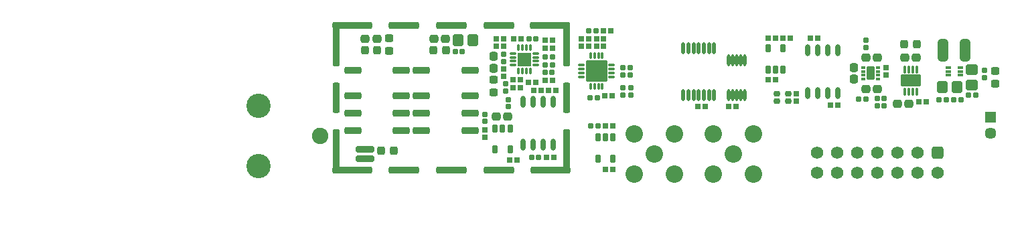
<source format=gts>
G04*
G04 #@! TF.GenerationSoftware,Altium Limited,Altium Designer,23.10.1 (27)*
G04*
G04 Layer_Color=8388736*
%FSAX25Y25*%
%MOIN*%
G70*
G04*
G04 #@! TF.SameCoordinates,9A25CA80-9317-414E-98C9-A3F1B825D269*
G04*
G04*
G04 #@! TF.FilePolarity,Negative*
G04*
G01*
G75*
G04:AMPARAMS|DCode=53|XSize=65.99mil|YSize=38.43mil|CornerRadius=3.27mil|HoleSize=0mil|Usage=FLASHONLY|Rotation=90.000|XOffset=0mil|YOffset=0mil|HoleType=Round|Shape=RoundedRectangle|*
%AMROUNDEDRECTD53*
21,1,0.06599,0.03189,0,0,90.0*
21,1,0.05945,0.03843,0,0,90.0*
1,1,0.00654,0.01595,0.02972*
1,1,0.00654,0.01595,-0.02972*
1,1,0.00654,-0.01595,-0.02972*
1,1,0.00654,-0.01595,0.02972*
%
%ADD53ROUNDEDRECTD53*%
G04:AMPARAMS|DCode=54|XSize=12.84mil|YSize=22.69mil|CornerRadius=3.96mil|HoleSize=0mil|Usage=FLASHONLY|Rotation=90.000|XOffset=0mil|YOffset=0mil|HoleType=Round|Shape=RoundedRectangle|*
%AMROUNDEDRECTD54*
21,1,0.01284,0.01476,0,0,90.0*
21,1,0.00492,0.02269,0,0,90.0*
1,1,0.00792,0.00738,0.00246*
1,1,0.00792,0.00738,-0.00246*
1,1,0.00792,-0.00738,-0.00246*
1,1,0.00792,-0.00738,0.00246*
%
%ADD54ROUNDEDRECTD54*%
%ADD55O,0.01284X0.03647*%
G04:AMPARAMS|DCode=56|XSize=105.36mil|YSize=105.36mil|CornerRadius=4.06mil|HoleSize=0mil|Usage=FLASHONLY|Rotation=270.000|XOffset=0mil|YOffset=0mil|HoleType=Round|Shape=RoundedRectangle|*
%AMROUNDEDRECTD56*
21,1,0.10536,0.09724,0,0,270.0*
21,1,0.09724,0.10536,0,0,270.0*
1,1,0.00812,-0.04862,-0.04862*
1,1,0.00812,-0.04862,0.04862*
1,1,0.00812,0.04862,0.04862*
1,1,0.00812,0.04862,-0.04862*
%
%ADD56ROUNDEDRECTD56*%
%ADD57O,0.03647X0.01284*%
%ADD58O,0.03450X0.01284*%
%ADD59O,0.01284X0.03450*%
G04:AMPARAMS|DCode=60|XSize=69.14mil|YSize=69.14mil|CornerRadius=4.81mil|HoleSize=0mil|Usage=FLASHONLY|Rotation=0.000|XOffset=0mil|YOffset=0mil|HoleType=Round|Shape=RoundedRectangle|*
%AMROUNDEDRECTD60*
21,1,0.06914,0.05953,0,0,0.0*
21,1,0.05953,0.06914,0,0,0.0*
1,1,0.00961,0.02976,-0.02976*
1,1,0.00961,-0.02976,-0.02976*
1,1,0.00961,-0.02976,0.02976*
1,1,0.00961,0.02976,0.02976*
%
%ADD60ROUNDEDRECTD60*%
G04:AMPARAMS|DCode=61|XSize=14.81mil|YSize=29.38mil|CornerRadius=4.45mil|HoleSize=0mil|Usage=FLASHONLY|Rotation=270.000|XOffset=0mil|YOffset=0mil|HoleType=Round|Shape=RoundedRectangle|*
%AMROUNDEDRECTD61*
21,1,0.01481,0.02047,0,0,270.0*
21,1,0.00591,0.02938,0,0,270.0*
1,1,0.00891,-0.01024,-0.00295*
1,1,0.00891,-0.01024,0.00295*
1,1,0.00891,0.01024,0.00295*
1,1,0.00891,0.01024,-0.00295*
%
%ADD61ROUNDEDRECTD61*%
%ADD62O,0.02662X0.06009*%
G04:AMPARAMS|DCode=63|XSize=34.5mil|YSize=152.61mil|CornerRadius=9.37mil|HoleSize=0mil|Usage=FLASHONLY|Rotation=180.000|XOffset=0mil|YOffset=0mil|HoleType=Round|Shape=RoundedRectangle|*
%AMROUNDEDRECTD63*
21,1,0.03450,0.13386,0,0,180.0*
21,1,0.01575,0.15261,0,0,180.0*
1,1,0.01875,-0.00787,0.06693*
1,1,0.01875,0.00787,0.06693*
1,1,0.01875,0.00787,-0.06693*
1,1,0.01875,-0.00787,-0.06693*
%
%ADD63ROUNDEDRECTD63*%
G04:AMPARAMS|DCode=64|XSize=34.5mil|YSize=152.61mil|CornerRadius=9.37mil|HoleSize=0mil|Usage=FLASHONLY|Rotation=270.000|XOffset=0mil|YOffset=0mil|HoleType=Round|Shape=RoundedRectangle|*
%AMROUNDEDRECTD64*
21,1,0.03450,0.13386,0,0,270.0*
21,1,0.01575,0.15261,0,0,270.0*
1,1,0.01875,-0.06693,-0.00787*
1,1,0.01875,-0.06693,0.00787*
1,1,0.01875,0.06693,0.00787*
1,1,0.01875,0.06693,-0.00787*
%
%ADD64ROUNDEDRECTD64*%
G04:AMPARAMS|DCode=65|XSize=34.5mil|YSize=221.5mil|CornerRadius=9.37mil|HoleSize=0mil|Usage=FLASHONLY|Rotation=180.000|XOffset=0mil|YOffset=0mil|HoleType=Round|Shape=RoundedRectangle|*
%AMROUNDEDRECTD65*
21,1,0.03450,0.20276,0,0,180.0*
21,1,0.01575,0.22150,0,0,180.0*
1,1,0.01875,-0.00787,0.10138*
1,1,0.01875,0.00787,0.10138*
1,1,0.01875,0.00787,-0.10138*
1,1,0.01875,-0.00787,-0.10138*
%
%ADD65ROUNDEDRECTD65*%
G04:AMPARAMS|DCode=66|XSize=34.5mil|YSize=199.06mil|CornerRadius=9.37mil|HoleSize=0mil|Usage=FLASHONLY|Rotation=270.000|XOffset=0mil|YOffset=0mil|HoleType=Round|Shape=RoundedRectangle|*
%AMROUNDEDRECTD66*
21,1,0.03450,0.18032,0,0,270.0*
21,1,0.01575,0.19906,0,0,270.0*
1,1,0.01875,-0.09016,-0.00787*
1,1,0.01875,-0.09016,0.00787*
1,1,0.01875,0.09016,0.00787*
1,1,0.01875,0.09016,-0.00787*
%
%ADD66ROUNDEDRECTD66*%
%ADD67O,0.02072X0.05812*%
%ADD68O,0.01678X0.05812*%
G04:AMPARAMS|DCode=69|XSize=26.62mil|YSize=42.37mil|CornerRadius=7.41mil|HoleSize=0mil|Usage=FLASHONLY|Rotation=180.000|XOffset=0mil|YOffset=0mil|HoleType=Round|Shape=RoundedRectangle|*
%AMROUNDEDRECTD69*
21,1,0.02662,0.02756,0,0,180.0*
21,1,0.01181,0.04237,0,0,180.0*
1,1,0.01481,-0.00591,0.01378*
1,1,0.01481,0.00591,0.01378*
1,1,0.01481,0.00591,-0.01378*
1,1,0.01481,-0.00591,-0.01378*
%
%ADD69ROUNDEDRECTD69*%
G04:AMPARAMS|DCode=70|XSize=28.2mil|YSize=30.56mil|CornerRadius=7.8mil|HoleSize=0mil|Usage=FLASHONLY|Rotation=90.000|XOffset=0mil|YOffset=0mil|HoleType=Round|Shape=RoundedRectangle|*
%AMROUNDEDRECTD70*
21,1,0.02820,0.01496,0,0,90.0*
21,1,0.01260,0.03056,0,0,90.0*
1,1,0.01560,0.00748,0.00630*
1,1,0.01560,0.00748,-0.00630*
1,1,0.01560,-0.00748,-0.00630*
1,1,0.01560,-0.00748,0.00630*
%
%ADD70ROUNDEDRECTD70*%
G04:AMPARAMS|DCode=71|XSize=91.58mil|YSize=33mil|CornerRadius=9mil|HoleSize=0mil|Usage=FLASHONLY|Rotation=180.000|XOffset=0mil|YOffset=0mil|HoleType=Round|Shape=RoundedRectangle|*
%AMROUNDEDRECTD71*
21,1,0.09158,0.01500,0,0,180.0*
21,1,0.07358,0.03300,0,0,180.0*
1,1,0.01800,-0.03679,0.00750*
1,1,0.01800,0.03679,0.00750*
1,1,0.01800,0.03679,-0.00750*
1,1,0.01800,-0.03679,-0.00750*
%
%ADD71ROUNDEDRECTD71*%
G04:AMPARAMS|DCode=72|XSize=26.62mil|YSize=26.62mil|CornerRadius=7.41mil|HoleSize=0mil|Usage=FLASHONLY|Rotation=0.000|XOffset=0mil|YOffset=0mil|HoleType=Round|Shape=RoundedRectangle|*
%AMROUNDEDRECTD72*
21,1,0.02662,0.01181,0,0,0.0*
21,1,0.01181,0.02662,0,0,0.0*
1,1,0.01481,0.00591,-0.00591*
1,1,0.01481,-0.00591,-0.00591*
1,1,0.01481,-0.00591,0.00591*
1,1,0.01481,0.00591,0.00591*
%
%ADD72ROUNDEDRECTD72*%
G04:AMPARAMS|DCode=73|XSize=110.09mil|YSize=51.43mil|CornerRadius=13.61mil|HoleSize=0mil|Usage=FLASHONLY|Rotation=270.000|XOffset=0mil|YOffset=0mil|HoleType=Round|Shape=RoundedRectangle|*
%AMROUNDEDRECTD73*
21,1,0.11009,0.02421,0,0,270.0*
21,1,0.08287,0.05143,0,0,270.0*
1,1,0.02721,-0.01211,-0.04144*
1,1,0.02721,-0.01211,0.04144*
1,1,0.02721,0.01211,0.04144*
1,1,0.02721,0.01211,-0.04144*
%
%ADD73ROUNDEDRECTD73*%
G04:AMPARAMS|DCode=74|XSize=62.06mil|YSize=54.18mil|CornerRadius=14.3mil|HoleSize=0mil|Usage=FLASHONLY|Rotation=270.000|XOffset=0mil|YOffset=0mil|HoleType=Round|Shape=RoundedRectangle|*
%AMROUNDEDRECTD74*
21,1,0.06206,0.02559,0,0,270.0*
21,1,0.03347,0.05418,0,0,270.0*
1,1,0.02859,-0.01280,-0.01673*
1,1,0.02859,-0.01280,0.01673*
1,1,0.02859,0.01280,0.01673*
1,1,0.02859,0.01280,-0.01673*
%
%ADD74ROUNDEDRECTD74*%
G04:AMPARAMS|DCode=75|XSize=34.5mil|YSize=84.1mil|CornerRadius=9.37mil|HoleSize=0mil|Usage=FLASHONLY|Rotation=270.000|XOffset=0mil|YOffset=0mil|HoleType=Round|Shape=RoundedRectangle|*
%AMROUNDEDRECTD75*
21,1,0.03450,0.06535,0,0,270.0*
21,1,0.01575,0.08410,0,0,270.0*
1,1,0.01875,-0.03268,-0.00787*
1,1,0.01875,-0.03268,0.00787*
1,1,0.01875,0.03268,0.00787*
1,1,0.01875,0.03268,-0.00787*
%
%ADD75ROUNDEDRECTD75*%
G04:AMPARAMS|DCode=76|XSize=99.06mil|YSize=61.66mil|CornerRadius=4.43mil|HoleSize=0mil|Usage=FLASHONLY|Rotation=180.000|XOffset=0mil|YOffset=0mil|HoleType=Round|Shape=RoundedRectangle|*
%AMROUNDEDRECTD76*
21,1,0.09906,0.05280,0,0,180.0*
21,1,0.09020,0.06166,0,0,180.0*
1,1,0.00887,-0.04510,0.02640*
1,1,0.00887,0.04510,0.02640*
1,1,0.00887,0.04510,-0.02640*
1,1,0.00887,-0.04510,-0.02640*
%
%ADD76ROUNDEDRECTD76*%
G04:AMPARAMS|DCode=77|XSize=12.84mil|YSize=38.43mil|CornerRadius=3.96mil|HoleSize=0mil|Usage=FLASHONLY|Rotation=180.000|XOffset=0mil|YOffset=0mil|HoleType=Round|Shape=RoundedRectangle|*
%AMROUNDEDRECTD77*
21,1,0.01284,0.03051,0,0,180.0*
21,1,0.00492,0.03843,0,0,180.0*
1,1,0.00792,-0.00246,0.01526*
1,1,0.00792,0.00246,0.01526*
1,1,0.00792,0.00246,-0.01526*
1,1,0.00792,-0.00246,-0.01526*
%
%ADD77ROUNDEDRECTD77*%
G04:AMPARAMS|DCode=78|XSize=40.4mil|YSize=44.34mil|CornerRadius=10.85mil|HoleSize=0mil|Usage=FLASHONLY|Rotation=270.000|XOffset=0mil|YOffset=0mil|HoleType=Round|Shape=RoundedRectangle|*
%AMROUNDEDRECTD78*
21,1,0.04040,0.02264,0,0,270.0*
21,1,0.01870,0.04434,0,0,270.0*
1,1,0.02170,-0.01132,-0.00935*
1,1,0.02170,-0.01132,0.00935*
1,1,0.02170,0.01132,0.00935*
1,1,0.02170,0.01132,-0.00935*
%
%ADD78ROUNDEDRECTD78*%
G04:AMPARAMS|DCode=79|XSize=28.2mil|YSize=28.2mil|CornerRadius=7.8mil|HoleSize=0mil|Usage=FLASHONLY|Rotation=180.000|XOffset=0mil|YOffset=0mil|HoleType=Round|Shape=RoundedRectangle|*
%AMROUNDEDRECTD79*
21,1,0.02820,0.01260,0,0,180.0*
21,1,0.01260,0.02820,0,0,180.0*
1,1,0.01560,-0.00630,0.00630*
1,1,0.01560,0.00630,0.00630*
1,1,0.01560,0.00630,-0.00630*
1,1,0.01560,-0.00630,-0.00630*
%
%ADD79ROUNDEDRECTD79*%
G04:AMPARAMS|DCode=80|XSize=28.2mil|YSize=28.2mil|CornerRadius=7.8mil|HoleSize=0mil|Usage=FLASHONLY|Rotation=270.000|XOffset=0mil|YOffset=0mil|HoleType=Round|Shape=RoundedRectangle|*
%AMROUNDEDRECTD80*
21,1,0.02820,0.01260,0,0,270.0*
21,1,0.01260,0.02820,0,0,270.0*
1,1,0.01560,-0.00630,-0.00630*
1,1,0.01560,-0.00630,0.00630*
1,1,0.01560,0.00630,0.00630*
1,1,0.01560,0.00630,-0.00630*
%
%ADD80ROUNDEDRECTD80*%
G04:AMPARAMS|DCode=81|XSize=40.4mil|YSize=44.34mil|CornerRadius=10.85mil|HoleSize=0mil|Usage=FLASHONLY|Rotation=0.000|XOffset=0mil|YOffset=0mil|HoleType=Round|Shape=RoundedRectangle|*
%AMROUNDEDRECTD81*
21,1,0.04040,0.02264,0,0,0.0*
21,1,0.01870,0.04434,0,0,0.0*
1,1,0.02170,0.00935,-0.01132*
1,1,0.02170,-0.00935,-0.01132*
1,1,0.02170,-0.00935,0.01132*
1,1,0.02170,0.00935,0.01132*
%
%ADD81ROUNDEDRECTD81*%
G04:AMPARAMS|DCode=82|XSize=42.37mil|YSize=38.43mil|CornerRadius=10.36mil|HoleSize=0mil|Usage=FLASHONLY|Rotation=270.000|XOffset=0mil|YOffset=0mil|HoleType=Round|Shape=RoundedRectangle|*
%AMROUNDEDRECTD82*
21,1,0.04237,0.01772,0,0,270.0*
21,1,0.02165,0.03843,0,0,270.0*
1,1,0.02072,-0.00886,-0.01083*
1,1,0.02072,-0.00886,0.01083*
1,1,0.02072,0.00886,0.01083*
1,1,0.02072,0.00886,-0.01083*
%
%ADD82ROUNDEDRECTD82*%
G04:AMPARAMS|DCode=83|XSize=26.62mil|YSize=26.62mil|CornerRadius=7.41mil|HoleSize=0mil|Usage=FLASHONLY|Rotation=270.000|XOffset=0mil|YOffset=0mil|HoleType=Round|Shape=RoundedRectangle|*
%AMROUNDEDRECTD83*
21,1,0.02662,0.01181,0,0,270.0*
21,1,0.01181,0.02662,0,0,270.0*
1,1,0.01481,-0.00591,-0.00591*
1,1,0.01481,-0.00591,0.00591*
1,1,0.01481,0.00591,0.00591*
1,1,0.01481,0.00591,-0.00591*
%
%ADD83ROUNDEDRECTD83*%
G04:AMPARAMS|DCode=84|XSize=62.06mil|YSize=54.18mil|CornerRadius=14.3mil|HoleSize=0mil|Usage=FLASHONLY|Rotation=180.000|XOffset=0mil|YOffset=0mil|HoleType=Round|Shape=RoundedRectangle|*
%AMROUNDEDRECTD84*
21,1,0.06206,0.02559,0,0,180.0*
21,1,0.03347,0.05418,0,0,180.0*
1,1,0.02859,-0.01673,0.01280*
1,1,0.02859,0.01673,0.01280*
1,1,0.02859,0.01673,-0.01280*
1,1,0.02859,-0.01673,-0.01280*
%
%ADD84ROUNDEDRECTD84*%
G04:AMPARAMS|DCode=85|XSize=42.37mil|YSize=38.43mil|CornerRadius=10.36mil|HoleSize=0mil|Usage=FLASHONLY|Rotation=0.000|XOffset=0mil|YOffset=0mil|HoleType=Round|Shape=RoundedRectangle|*
%AMROUNDEDRECTD85*
21,1,0.04237,0.01772,0,0,0.0*
21,1,0.02165,0.03843,0,0,0.0*
1,1,0.02072,0.01083,-0.00886*
1,1,0.02072,-0.01083,-0.00886*
1,1,0.02072,-0.01083,0.00886*
1,1,0.02072,0.01083,0.00886*
%
%ADD85ROUNDEDRECTD85*%
%ADD86C,0.08725*%
%ADD87C,0.08174*%
%ADD88C,0.12111*%
%ADD89C,0.05686*%
%ADD90R,0.05686X0.05686*%
%ADD91C,0.06206*%
G04:AMPARAMS|DCode=92|XSize=62.06mil|YSize=62.06mil|CornerRadius=16.26mil|HoleSize=0mil|Usage=FLASHONLY|Rotation=180.000|XOffset=0mil|YOffset=0mil|HoleType=Round|Shape=RoundedRectangle|*
%AMROUNDEDRECTD92*
21,1,0.06206,0.02953,0,0,180.0*
21,1,0.02953,0.06206,0,0,180.0*
1,1,0.03253,-0.01476,0.01476*
1,1,0.03253,0.01476,0.01476*
1,1,0.03253,0.01476,-0.01476*
1,1,0.03253,-0.01476,-0.01476*
%
%ADD92ROUNDEDRECTD92*%
G36*
X-0098217Y-0017998D02*
X-0098214Y-0017985D01*
X-0098206Y-0017990D01*
X-0098208Y-0018010D01*
X-0098213Y-0018007D01*
X-0098217Y-0018003D01*
Y-0017998D01*
D02*
G37*
G36*
X-0098223Y-0017955D02*
X-0098221Y-0017968D01*
X-0098226Y-0017970D01*
X-0098227Y-0017958D01*
X-0098223Y-0017955D01*
D02*
G37*
D53*
X0322994Y0055809D02*
D03*
D54*
X0326734Y0052856D02*
D03*
Y0054825D02*
D03*
Y0056793D02*
D03*
Y0058762D02*
D03*
X0319254Y0052856D02*
D03*
Y0054825D02*
D03*
Y0056793D02*
D03*
Y0058762D02*
D03*
D55*
X0185531Y0064567D02*
D03*
X0183563D02*
D03*
X0189469Y0049409D02*
D03*
X0187500D02*
D03*
X0185531D02*
D03*
X0183563D02*
D03*
X0187500Y0064567D02*
D03*
X0189469D02*
D03*
D56*
X0186516Y0056988D02*
D03*
D57*
X0194095Y0059941D02*
D03*
Y0057972D02*
D03*
Y0056004D02*
D03*
Y0054035D02*
D03*
X0178937D02*
D03*
Y0056004D02*
D03*
Y0057972D02*
D03*
Y0059941D02*
D03*
D58*
X0156398Y0059842D02*
D03*
X0144980Y0061811D02*
D03*
X0156398Y0063779D02*
D03*
X0144980Y0059842D02*
D03*
Y0063779D02*
D03*
X0156398Y0065748D02*
D03*
Y0061811D02*
D03*
X0144980Y0065748D02*
D03*
D59*
X0153642Y0068504D02*
D03*
X0147736D02*
D03*
X0151673D02*
D03*
Y0057087D02*
D03*
X0149705Y0068504D02*
D03*
X0153642Y0057087D02*
D03*
X0149705D02*
D03*
X0147736D02*
D03*
D60*
X0150689Y0062795D02*
D03*
D61*
X0367579Y0054823D02*
D03*
Y0056791D02*
D03*
Y0058760D02*
D03*
X0361752D02*
D03*
Y0056791D02*
D03*
Y0054823D02*
D03*
D62*
X0164980Y0020177D02*
D03*
X0154980Y0041634D02*
D03*
X0159980D02*
D03*
X0154980Y0020177D02*
D03*
X0159980D02*
D03*
X0149980D02*
D03*
Y0041634D02*
D03*
X0164980D02*
D03*
X0306536Y0067421D02*
D03*
X0301536D02*
D03*
X0296535D02*
D03*
X0291535D02*
D03*
X0306536Y0045965D02*
D03*
X0301536D02*
D03*
X0296535D02*
D03*
X0291535D02*
D03*
D63*
X0056890Y0043504D02*
D03*
X0171693D02*
D03*
D64*
X0090669Y0079528D02*
D03*
X0137913D02*
D03*
X0114291D02*
D03*
X0090680Y0007501D02*
D03*
X0137924D02*
D03*
X0114302D02*
D03*
D65*
X0171693Y0070176D02*
D03*
X0056890D02*
D03*
X0056900Y0016853D02*
D03*
X0171703D02*
D03*
D66*
X0163466Y0079528D02*
D03*
X0065119D02*
D03*
X0065127Y0007501D02*
D03*
X0163474D02*
D03*
D67*
X0239961Y0045079D02*
D03*
X0245079Y0068307D02*
D03*
X0242520D02*
D03*
X0239961D02*
D03*
X0237402D02*
D03*
X0234842D02*
D03*
X0232283D02*
D03*
X0229724D02*
D03*
X0245079Y0045079D02*
D03*
X0242520D02*
D03*
X0237402D02*
D03*
X0234842D02*
D03*
X0232283D02*
D03*
X0229724D02*
D03*
D68*
X0252264Y0045079D02*
D03*
X0260138Y0062402D02*
D03*
X0258169D02*
D03*
X0256201D02*
D03*
X0254232D02*
D03*
X0252264D02*
D03*
X0260138Y0045079D02*
D03*
X0258169D02*
D03*
X0256201D02*
D03*
X0254232D02*
D03*
D69*
X0271850Y0057776D02*
D03*
X0275590D02*
D03*
X0279331D02*
D03*
Y0068405D02*
D03*
X0271850D02*
D03*
X0194685Y0024016D02*
D03*
X0190945D02*
D03*
X0187205D02*
D03*
Y0013386D02*
D03*
X0194685D02*
D03*
X0143504Y0028445D02*
D03*
X0139764D02*
D03*
X0136024D02*
D03*
Y0017815D02*
D03*
X0143504D02*
D03*
D70*
X0281890Y0045650D02*
D03*
X0276378D02*
D03*
Y0041949D02*
D03*
X0281890D02*
D03*
D71*
X0071260Y0017815D02*
D03*
Y0013287D02*
D03*
D72*
X0199606Y0045079D02*
D03*
Y0048622D02*
D03*
X0320571Y0072244D02*
D03*
Y0068701D02*
D03*
X0379528Y0053740D02*
D03*
Y0057284D02*
D03*
X0140354Y0061713D02*
D03*
Y0065256D02*
D03*
X0130807Y0031890D02*
D03*
Y0035433D02*
D03*
X0141240Y0047047D02*
D03*
Y0050591D02*
D03*
X0142618Y0042717D02*
D03*
Y0039173D02*
D03*
X0203543Y0045079D02*
D03*
Y0048622D02*
D03*
D73*
X0370118Y0067421D02*
D03*
X0358819D02*
D03*
D74*
X0125099Y0072342D02*
D03*
X0117618D02*
D03*
X0358563Y0048917D02*
D03*
X0366043D02*
D03*
D75*
X0065158Y0027264D02*
D03*
X0089331D02*
D03*
Y0035925D02*
D03*
X0065158D02*
D03*
X0089331Y0057185D02*
D03*
X0065158D02*
D03*
Y0044587D02*
D03*
X0089331D02*
D03*
X0123602Y0044587D02*
D03*
X0099429D02*
D03*
Y0057185D02*
D03*
X0123602D02*
D03*
X0099429Y0035925D02*
D03*
X0123602D02*
D03*
Y0027264D02*
D03*
X0099429D02*
D03*
D76*
X0343012Y0052165D02*
D03*
D77*
X0345965Y0057657D02*
D03*
X0343996D02*
D03*
X0342028D02*
D03*
X0340059D02*
D03*
X0345965Y0046673D02*
D03*
X0343996D02*
D03*
X0342028D02*
D03*
X0340059D02*
D03*
D78*
X0320534Y0047935D02*
D03*
X0326242D02*
D03*
X0340039Y0063779D02*
D03*
X0345748D02*
D03*
X0342027Y0040551D02*
D03*
X0336319D02*
D03*
X0320534Y0063683D02*
D03*
X0326242D02*
D03*
X0136713Y0034350D02*
D03*
X0142421D02*
D03*
X0071457Y0073130D02*
D03*
X0077165D02*
D03*
X0111221Y0073130D02*
D03*
X0105512D02*
D03*
D79*
X0330610Y0055079D02*
D03*
Y0058701D02*
D03*
X0286024Y0045610D02*
D03*
Y0041988D02*
D03*
X0140354Y0058012D02*
D03*
Y0054390D02*
D03*
X0130905Y0023976D02*
D03*
Y0027598D02*
D03*
D80*
X0350630Y0041535D02*
D03*
X0347008D02*
D03*
X0252323Y0039173D02*
D03*
X0255945D02*
D03*
X0292894Y0073425D02*
D03*
X0296516D02*
D03*
X0303032Y0040059D02*
D03*
X0306654D02*
D03*
X0194331Y0044783D02*
D03*
X0190709D02*
D03*
X0186476Y0073130D02*
D03*
X0190098D02*
D03*
X0186476Y0069193D02*
D03*
X0190098D02*
D03*
X0182618D02*
D03*
X0178996D02*
D03*
X0236870Y0039173D02*
D03*
X0240492D02*
D03*
X0191102Y0029528D02*
D03*
X0194724D02*
D03*
X0191102Y0007874D02*
D03*
X0194724D02*
D03*
X0147087Y0012795D02*
D03*
X0143465D02*
D03*
X0164508Y0052461D02*
D03*
X0160886D02*
D03*
X0166378Y0047441D02*
D03*
X0162756D02*
D03*
X0155276D02*
D03*
X0158898D02*
D03*
X0140295Y0073130D02*
D03*
X0136673D02*
D03*
X0164508Y0072146D02*
D03*
X0160886D02*
D03*
X0140295Y0069193D02*
D03*
X0136673D02*
D03*
X0149055Y0073130D02*
D03*
X0145433D02*
D03*
X0152618Y0051378D02*
D03*
X0156240D02*
D03*
X0148661Y0052658D02*
D03*
X0145039D02*
D03*
X0145039Y0048720D02*
D03*
X0148661D02*
D03*
X0161575Y0013976D02*
D03*
X0165197D02*
D03*
X0178996Y0073130D02*
D03*
X0182618D02*
D03*
X0164508Y0068209D02*
D03*
X0160886D02*
D03*
X0279390Y0073425D02*
D03*
X0283012D02*
D03*
X0271909Y0073425D02*
D03*
X0275532D02*
D03*
X0275532Y0052756D02*
D03*
X0271909D02*
D03*
X0193740Y0077067D02*
D03*
X0190118D02*
D03*
D81*
X0314530Y0052955D02*
D03*
Y0058663D02*
D03*
X0135335Y0064173D02*
D03*
Y0058465D02*
D03*
D82*
X0346083Y0070177D02*
D03*
X0339784D02*
D03*
X0071161Y0067224D02*
D03*
X0077461D02*
D03*
X0105217Y0067224D02*
D03*
X0111516D02*
D03*
X0085532Y0017224D02*
D03*
X0079232D02*
D03*
D83*
X0317028Y0043110D02*
D03*
X0320571D02*
D03*
X0360630Y0042717D02*
D03*
X0357087D02*
D03*
X0329687Y0039471D02*
D03*
X0326144D02*
D03*
X0364370Y0042717D02*
D03*
X0367913D02*
D03*
X0326144Y0043211D02*
D03*
X0329687D02*
D03*
X0203150Y0055118D02*
D03*
X0199606D02*
D03*
X0203150Y0058661D02*
D03*
X0199606D02*
D03*
X0186909Y0043504D02*
D03*
X0183366D02*
D03*
X0371752Y0044882D02*
D03*
X0375295D02*
D03*
X0183760Y0029528D02*
D03*
X0187303D02*
D03*
X0119685Y0066732D02*
D03*
X0116142D02*
D03*
X0161024Y0059842D02*
D03*
X0164567D02*
D03*
X0164469Y0056201D02*
D03*
X0160925D02*
D03*
X0152854Y0073130D02*
D03*
X0156398D02*
D03*
X0154232Y0013976D02*
D03*
X0157776D02*
D03*
X0164567Y0064075D02*
D03*
X0161024D02*
D03*
X0186319Y0076968D02*
D03*
X0182776D02*
D03*
D84*
X0373425Y0057579D02*
D03*
Y0050098D02*
D03*
D85*
X0384843Y0050689D02*
D03*
Y0056988D02*
D03*
X0135335Y0052658D02*
D03*
Y0046358D02*
D03*
X0083150Y0067028D02*
D03*
Y0073327D02*
D03*
D86*
X0244724Y0005748D02*
D03*
X0264724D02*
D03*
Y0025748D02*
D03*
X0244724D02*
D03*
X0254724Y0015748D02*
D03*
X0205354Y0005748D02*
D03*
X0225354D02*
D03*
Y0025748D02*
D03*
X0205354D02*
D03*
X0215354Y0015748D02*
D03*
D87*
X0049114Y0024508D02*
D03*
D88*
X0018406Y0009547D02*
D03*
Y0039469D02*
D03*
D89*
X0382480Y0025984D02*
D03*
D90*
Y0033858D02*
D03*
D91*
X0296424Y0006465D02*
D03*
Y0016417D02*
D03*
X0306424D02*
D03*
Y0006465D02*
D03*
X0316378Y0006417D02*
D03*
Y0016417D02*
D03*
X0326378Y0006417D02*
D03*
Y0016417D02*
D03*
X0356378Y0006417D02*
D03*
X0346378Y0016417D02*
D03*
Y0006417D02*
D03*
X0336378Y0016417D02*
D03*
Y0006417D02*
D03*
D92*
X0356378Y0016417D02*
D03*
M02*

</source>
